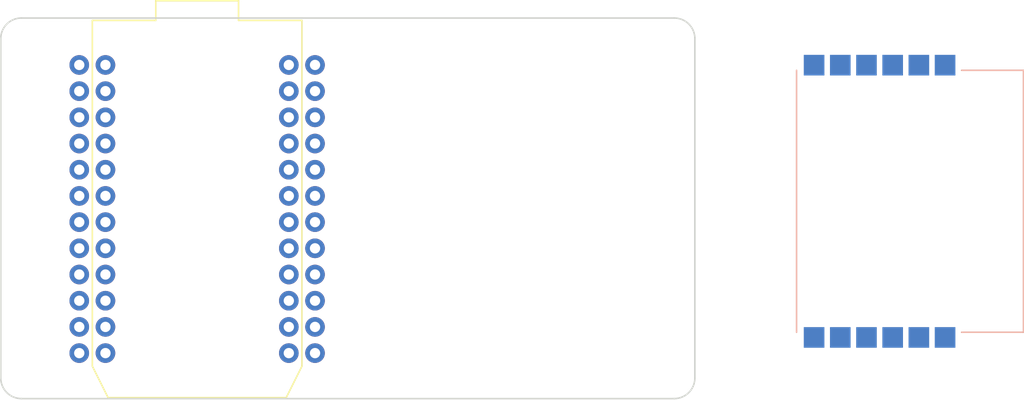
<source format=kicad_pcb>
(kicad_pcb (version 4) (host pcbnew 4.0.6)

  (general
    (links 35)
    (no_connects 35)
    (area 99.924999 63.024999 167.375001 100.075001)
    (thickness 1.6)
    (drawings 8)
    (tracks 0)
    (zones 0)
    (modules 6)
    (nets 26)
  )

  (page A4)
  (layers
    (0 F.Cu signal)
    (31 B.Cu signal)
    (32 B.Adhes user)
    (33 F.Adhes user)
    (34 B.Paste user)
    (35 F.Paste user)
    (36 B.SilkS user)
    (37 F.SilkS user)
    (38 B.Mask user)
    (39 F.Mask user)
    (40 Dwgs.User user)
    (41 Cmts.User user)
    (42 Eco1.User user)
    (43 Eco2.User user)
    (44 Edge.Cuts user)
    (45 Margin user)
    (46 B.CrtYd user)
    (47 F.CrtYd user)
    (48 B.Fab user)
    (49 F.Fab user)
  )

  (setup
    (last_trace_width 0.25)
    (trace_clearance 0.2)
    (zone_clearance 0.508)
    (zone_45_only no)
    (trace_min 0.2)
    (segment_width 0.2)
    (edge_width 0.15)
    (via_size 0.6)
    (via_drill 0.4)
    (via_min_size 0.4)
    (via_min_drill 0.3)
    (uvia_size 0.3)
    (uvia_drill 0.1)
    (uvias_allowed no)
    (uvia_min_size 0.2)
    (uvia_min_drill 0.1)
    (pcb_text_width 0.3)
    (pcb_text_size 1.5 1.5)
    (mod_edge_width 0.15)
    (mod_text_size 1 1)
    (mod_text_width 0.15)
    (pad_size 1.524 1.524)
    (pad_drill 0.762)
    (pad_to_mask_clearance 0.1)
    (aux_axis_origin 0 0)
    (grid_origin 100 100)
    (visible_elements FFFFFF7F)
    (pcbplotparams
      (layerselection 0x00030_80000001)
      (usegerberextensions false)
      (excludeedgelayer true)
      (linewidth 0.100000)
      (plotframeref false)
      (viasonmask false)
      (mode 1)
      (useauxorigin false)
      (hpglpennumber 1)
      (hpglpenspeed 20)
      (hpglpendiameter 15)
      (hpglpenoverlay 2)
      (psnegative false)
      (psa4output false)
      (plotreference true)
      (plotvalue true)
      (plotinvisibletext false)
      (padsonsilk false)
      (subtractmaskfromsilk false)
      (outputformat 1)
      (mirror false)
      (drillshape 1)
      (scaleselection 1)
      (outputdirectory ""))
  )

  (net 0 "")
  (net 1 "Net-(A1-Pad1)")
  (net 2 "Net-(A1-Pad13)")
  (net 3 GND)
  (net 4 "Net-(A1-Pad3)")
  (net 5 "Net-(A1-Pad4)")
  (net 6 /INT1)
  (net 7 "Net-(A1-Pad6)")
  (net 8 /SPI_MOSI)
  (net 9 /SPI_MISO)
  (net 10 /SPI_CLK)
  (net 11 /SPI_CS1)
  (net 12 /~BUSY)
  (net 13 /~RST)
  (net 14 "Net-(A1-Pad14)")
  (net 15 "Net-(A1-Pad15)")
  (net 16 "Net-(A1-Pad16)")
  (net 17 "Net-(A1-Pad17)")
  (net 18 "Net-(A1-Pad18)")
  (net 19 /SPI_CS2)
  (net 20 "Net-(A1-Pad20)")
  (net 21 "Net-(A1-Pad22)")
  (net 22 "Net-(A1-Pad23)")
  (net 23 +3V3)
  (net 24 "Net-(A2-Pad3)")
  (net 25 /INT2)

  (net_class Default "This is the default net class."
    (clearance 0.2)
    (trace_width 0.25)
    (via_dia 0.6)
    (via_drill 0.4)
    (uvia_dia 0.3)
    (uvia_drill 0.1)
    (add_net +3V3)
    (add_net /INT1)
    (add_net /INT2)
    (add_net /SPI_CLK)
    (add_net /SPI_CS1)
    (add_net /SPI_CS2)
    (add_net /SPI_MISO)
    (add_net /SPI_MOSI)
    (add_net /~BUSY)
    (add_net /~RST)
    (add_net GND)
    (add_net "Net-(A1-Pad1)")
    (add_net "Net-(A1-Pad13)")
    (add_net "Net-(A1-Pad14)")
    (add_net "Net-(A1-Pad15)")
    (add_net "Net-(A1-Pad16)")
    (add_net "Net-(A1-Pad17)")
    (add_net "Net-(A1-Pad18)")
    (add_net "Net-(A1-Pad20)")
    (add_net "Net-(A1-Pad22)")
    (add_net "Net-(A1-Pad23)")
    (add_net "Net-(A1-Pad3)")
    (add_net "Net-(A1-Pad4)")
    (add_net "Net-(A1-Pad6)")
    (add_net "Net-(A2-Pad3)")
  )

  (module Paperino:photon_headers (layer F.Cu) (tedit 58D4C9C8) (tstamp 58D4CA4B)
    (at 108.88 99.908)
    (path /58D3965C)
    (fp_text reference A1 (at 2.2 2) (layer F.SilkS) hide
      (effects (font (size 1 1) (thickness 0.15)))
    )
    (fp_text value Photon (at 10.75 1.65) (layer F.Fab) hide
      (effects (font (size 1 1) (thickness 0.15)))
    )
    (fp_line (start 20.32 -3.048) (end 18.796 0) (layer F.SilkS) (width 0.15))
    (fp_line (start 1.524 0) (end 0 -3.048) (layer F.SilkS) (width 0.15))
    (fp_line (start 14.1732 -36.576) (end 20.32 -36.576) (layer F.SilkS) (width 0.15))
    (fp_line (start 14.1732 -38.481) (end 14.1732 -36.576) (layer F.SilkS) (width 0.15))
    (fp_line (start 6.1468 -38.481) (end 14.1732 -38.481) (layer F.SilkS) (width 0.15))
    (fp_line (start 6.1468 -36.576) (end 6.1468 -38.481) (layer F.SilkS) (width 0.15))
    (fp_line (start 0 -36.576) (end 6.1468 -36.576) (layer F.SilkS) (width 0.15))
    (fp_line (start 20.32 -3.048) (end 20.32 -36.576) (layer F.SilkS) (width 0.15))
    (fp_line (start 1.524 0) (end 18.796 0) (layer F.SilkS) (width 0.15))
    (fp_line (start 0 -3.048) (end 0 -36.576) (layer F.SilkS) (width 0.15))
    (pad 1 thru_hole circle (at 1.27 -32.258) (size 1.9 1.9) (drill 1) (layers *.Cu *.Mask)
      (net 1 "Net-(A1-Pad1)"))
    (pad 13 thru_hole circle (at 19.05 -4.318) (size 1.9 1.9) (drill 1) (layers *.Cu *.Mask)
      (net 2 "Net-(A1-Pad13)"))
    (pad 2 thru_hole circle (at 1.27 -29.718) (size 1.9 1.9) (drill 1) (layers *.Cu *.Mask)
      (net 3 GND))
    (pad 3 thru_hole circle (at 1.27 -27.178) (size 1.9 1.9) (drill 1) (layers *.Cu *.Mask)
      (net 4 "Net-(A1-Pad3)"))
    (pad 4 thru_hole circle (at 1.27 -24.638) (size 1.9 1.9) (drill 1) (layers *.Cu *.Mask)
      (net 5 "Net-(A1-Pad4)"))
    (pad 5 thru_hole circle (at 1.27 -22.098) (size 1.9 1.9) (drill 1) (layers *.Cu *.Mask)
      (net 6 /INT1))
    (pad 6 thru_hole circle (at 1.27 -19.558) (size 1.9 1.9) (drill 1) (layers *.Cu *.Mask)
      (net 7 "Net-(A1-Pad6)"))
    (pad 7 thru_hole circle (at 1.27 -17.018) (size 1.9 1.9) (drill 1) (layers *.Cu *.Mask)
      (net 8 /SPI_MOSI))
    (pad 8 thru_hole circle (at 1.27 -14.478) (size 1.9 1.9) (drill 1) (layers *.Cu *.Mask)
      (net 9 /SPI_MISO))
    (pad 9 thru_hole circle (at 1.27 -11.938) (size 1.9 1.9) (drill 1) (layers *.Cu *.Mask)
      (net 10 /SPI_CLK))
    (pad 10 thru_hole circle (at 1.27 -9.398) (size 1.9 1.9) (drill 1) (layers *.Cu *.Mask)
      (net 11 /SPI_CS1))
    (pad 11 thru_hole circle (at 1.27 -6.858) (size 1.9 1.9) (drill 1) (layers *.Cu *.Mask)
      (net 12 /~BUSY))
    (pad 12 thru_hole circle (at 1.27 -4.318) (size 1.9 1.9) (drill 1) (layers *.Cu *.Mask)
      (net 13 /~RST))
    (pad 14 thru_hole circle (at 19.05 -6.858) (size 1.9 1.9) (drill 1) (layers *.Cu *.Mask)
      (net 14 "Net-(A1-Pad14)"))
    (pad 15 thru_hole circle (at 19.05 -9.398) (size 1.9 1.9) (drill 1) (layers *.Cu *.Mask)
      (net 15 "Net-(A1-Pad15)"))
    (pad 16 thru_hole circle (at 19.05 -11.938) (size 1.9 1.9) (drill 1) (layers *.Cu *.Mask)
      (net 16 "Net-(A1-Pad16)"))
    (pad 17 thru_hole circle (at 19.05 -14.478) (size 1.9 1.9) (drill 1) (layers *.Cu *.Mask)
      (net 17 "Net-(A1-Pad17)"))
    (pad 18 thru_hole circle (at 19.05 -17.018) (size 1.9 1.9) (drill 1) (layers *.Cu *.Mask)
      (net 18 "Net-(A1-Pad18)"))
    (pad 19 thru_hole circle (at 19.05 -19.558) (size 1.9 1.9) (drill 1) (layers *.Cu *.Mask)
      (net 19 /SPI_CS2))
    (pad 20 thru_hole circle (at 19.05 -22.098) (size 1.9 1.9) (drill 1) (layers *.Cu *.Mask)
      (net 20 "Net-(A1-Pad20)"))
    (pad 21 thru_hole circle (at 19.05 -24.638) (size 1.9 1.9) (drill 1) (layers *.Cu *.Mask)
      (net 3 GND))
    (pad 22 thru_hole circle (at 19.05 -27.178) (size 1.9 1.9) (drill 1) (layers *.Cu *.Mask)
      (net 21 "Net-(A1-Pad22)"))
    (pad 23 thru_hole circle (at 19.05 -29.718) (size 1.9 1.9) (drill 1) (layers *.Cu *.Mask)
      (net 22 "Net-(A1-Pad23)"))
    (pad 24 thru_hole circle (at 19.05 -32.258) (size 1.9 1.9) (drill 1) (layers *.Cu *.Mask)
      (net 23 +3V3))
    (pad 1 thru_hole circle (at -1.27 -32.258) (size 1.9 1.9) (drill 1) (layers *.Cu *.Mask)
      (net 1 "Net-(A1-Pad1)"))
    (pad 2 thru_hole circle (at -1.27 -29.718) (size 1.9 1.9) (drill 1) (layers *.Cu *.Mask)
      (net 3 GND))
    (pad 3 thru_hole circle (at -1.27 -27.178) (size 1.9 1.9) (drill 1) (layers *.Cu *.Mask)
      (net 4 "Net-(A1-Pad3)"))
    (pad 4 thru_hole circle (at -1.27 -24.638) (size 1.9 1.9) (drill 1) (layers *.Cu *.Mask)
      (net 5 "Net-(A1-Pad4)"))
    (pad 5 thru_hole circle (at -1.27 -22.098) (size 1.9 1.9) (drill 1) (layers *.Cu *.Mask)
      (net 6 /INT1))
    (pad 6 thru_hole circle (at -1.27 -19.558) (size 1.9 1.9) (drill 1) (layers *.Cu *.Mask)
      (net 7 "Net-(A1-Pad6)"))
    (pad 7 thru_hole circle (at -1.27 -17.018) (size 1.9 1.9) (drill 1) (layers *.Cu *.Mask)
      (net 8 /SPI_MOSI))
    (pad 8 thru_hole circle (at -1.27 -14.478) (size 1.9 1.9) (drill 1) (layers *.Cu *.Mask)
      (net 9 /SPI_MISO))
    (pad 9 thru_hole circle (at -1.27 -11.938) (size 1.9 1.9) (drill 1) (layers *.Cu *.Mask)
      (net 10 /SPI_CLK))
    (pad 10 thru_hole circle (at -1.27 -9.398) (size 1.9 1.9) (drill 1) (layers *.Cu *.Mask)
      (net 11 /SPI_CS1))
    (pad 11 thru_hole circle (at -1.27 -6.858) (size 1.9 1.9) (drill 1) (layers *.Cu *.Mask)
      (net 12 /~BUSY))
    (pad 12 thru_hole circle (at -1.27 -4.318) (size 1.9 1.9) (drill 1) (layers *.Cu *.Mask)
      (net 13 /~RST))
    (pad 13 thru_hole circle (at 21.59 -4.318) (size 1.9 1.9) (drill 1) (layers *.Cu *.Mask)
      (net 2 "Net-(A1-Pad13)"))
    (pad 14 thru_hole circle (at 21.59 -6.858) (size 1.9 1.9) (drill 1) (layers *.Cu *.Mask)
      (net 14 "Net-(A1-Pad14)"))
    (pad 15 thru_hole circle (at 21.59 -9.398) (size 1.9 1.9) (drill 1) (layers *.Cu *.Mask)
      (net 15 "Net-(A1-Pad15)"))
    (pad 16 thru_hole circle (at 21.59 -11.938) (size 1.9 1.9) (drill 1) (layers *.Cu *.Mask)
      (net 16 "Net-(A1-Pad16)"))
    (pad 17 thru_hole circle (at 21.59 -14.478) (size 1.9 1.9) (drill 1) (layers *.Cu *.Mask)
      (net 17 "Net-(A1-Pad17)"))
    (pad 18 thru_hole circle (at 21.59 -17.018) (size 1.9 1.9) (drill 1) (layers *.Cu *.Mask)
      (net 18 "Net-(A1-Pad18)"))
    (pad 19 thru_hole circle (at 21.59 -19.558) (size 1.9 1.9) (drill 1) (layers *.Cu *.Mask)
      (net 19 /SPI_CS2))
    (pad 20 thru_hole circle (at 21.59 -22.098) (size 1.9 1.9) (drill 1) (layers *.Cu *.Mask)
      (net 20 "Net-(A1-Pad20)"))
    (pad 21 thru_hole circle (at 21.59 -24.638) (size 1.9 1.9) (drill 1) (layers *.Cu *.Mask)
      (net 3 GND))
    (pad 22 thru_hole circle (at 21.59 -27.178) (size 1.9 1.9) (drill 1) (layers *.Cu *.Mask)
      (net 21 "Net-(A1-Pad22)"))
    (pad 23 thru_hole circle (at 21.59 -29.718) (size 1.9 1.9) (drill 1) (layers *.Cu *.Mask)
      (net 22 "Net-(A1-Pad23)"))
    (pad 24 thru_hole circle (at 21.59 -32.258) (size 1.9 1.9) (drill 1) (layers *.Cu *.Mask)
      (net 23 +3V3))
  )

  (module Paperino:paperino_module (layer B.Cu) (tedit 58D4C9CE) (tstamp 58D4CA5F)
    (at 188.16 80.87 90)
    (path /58D39C7F)
    (fp_text reference A2 (at -11.1 12.35 90) (layer B.SilkS) hide
      (effects (font (size 1 1) (thickness 0.15)) (justify mirror))
    )
    (fp_text value paperino_module (at -6.4 -13.5 90) (layer B.Fab) hide
      (effects (font (size 1 1) (thickness 0.15)) (justify mirror))
    )
    (fp_line (start 12.7 5) (end 12.7 11) (layer B.SilkS) (width 0.15))
    (fp_line (start -12.7 11) (end -12.7 5) (layer B.SilkS) (width 0.15))
    (fp_line (start -12.7 -11) (end 12.7 -11) (layer B.SilkS) (width 0.15))
    (fp_line (start -12.7 11) (end 12.7 11) (layer B.SilkS) (width 0.15))
    (pad 1 smd rect (at -12.7 3.4 90) (size 2 2) (drill (offset -0.5 0)) (layers B.Cu B.Paste B.Mask)
      (net 23 +3V3))
    (pad 7 smd rect (at 12.7 -9.3 90) (size 2 2) (drill (offset 0.5 0)) (layers B.Cu B.Paste B.Mask)
      (net 9 /SPI_MISO))
    (pad 2 smd rect (at -12.7 0.86 90) (size 2 2) (drill (offset -0.5 0)) (layers B.Cu B.Paste B.Mask)
      (net 3 GND))
    (pad 3 smd rect (at -12.7 -1.68 90) (size 2 2) (drill (offset -0.5 0)) (layers B.Cu B.Paste B.Mask)
      (net 24 "Net-(A2-Pad3)"))
    (pad 4 smd rect (at -12.7 -4.22 90) (size 2 2) (drill (offset -0.5 0)) (layers B.Cu B.Paste B.Mask)
      (net 19 /SPI_CS2))
    (pad 5 smd rect (at -12.7 -6.76 90) (size 2 2) (drill (offset -0.5 0)) (layers B.Cu B.Paste B.Mask)
      (net 25 /INT2))
    (pad 6 smd rect (at -12.7 -9.3 90) (size 2 2) (drill (offset -0.5 0)) (layers B.Cu B.Paste B.Mask)
      (net 6 /INT1))
    (pad 8 smd rect (at 12.7 -6.76 90) (size 2 2) (drill (offset 0.5 0)) (layers B.Cu B.Paste B.Mask)
      (net 8 /SPI_MOSI))
    (pad 9 smd rect (at 12.7 -4.22 90) (size 2 2) (drill (offset 0.5 0)) (layers B.Cu B.Paste B.Mask)
      (net 10 /SPI_CLK))
    (pad 10 smd rect (at 12.7 -1.68 90) (size 2 2) (drill (offset 0.5 0)) (layers B.Cu B.Paste B.Mask)
      (net 11 /SPI_CS1))
    (pad 11 smd rect (at 12.7 0.86 90) (size 2 2) (drill (offset 0.5 0)) (layers B.Cu B.Paste B.Mask)
      (net 13 /~RST))
    (pad 12 smd rect (at 12.7 3.4 90) (size 2 2) (drill (offset 0.5 0)) (layers B.Cu B.Paste B.Mask)
      (net 12 /~BUSY))
  )

  (module Paperino:mounting_hole_1.5 locked (layer F.Cu) (tedit 58D4C3AF) (tstamp 58D4CA64)
    (at 102.54 97.46)
    (path /58D4C49F)
    (fp_text reference M1 (at -1.0541 -2.0955) (layer F.SilkS) hide
      (effects (font (size 1 1) (thickness 0.15)))
    )
    (fp_text value Mounting_hole (at 0 1.7653) (layer F.Fab) hide
      (effects (font (size 1 1) (thickness 0.15)))
    )
    (pad "" np_thru_hole circle (at 0 0) (size 1.5 1.5) (drill 1.5) (layers *.Cu *.Mask))
  )

  (module Paperino:mounting_hole_1.5 locked (layer F.Cu) (tedit 58D4C3AF) (tstamp 58D4CA69)
    (at 164.76 65.64)
    (path /58D4C672)
    (fp_text reference M2 (at -1.0541 -2.0955) (layer F.SilkS) hide
      (effects (font (size 1 1) (thickness 0.15)))
    )
    (fp_text value Mounting_hole (at 0 1.7653) (layer F.Fab) hide
      (effects (font (size 1 1) (thickness 0.15)))
    )
    (pad "" np_thru_hole circle (at 0 0) (size 1.5 1.5) (drill 1.5) (layers *.Cu *.Mask))
  )

  (module Paperino:mounting_hole_1.5 locked (layer F.Cu) (tedit 58D4C3AF) (tstamp 58D4CA6E)
    (at 102.54 65.64)
    (path /58D4C696)
    (fp_text reference M3 (at -1.0541 -2.0955) (layer F.SilkS) hide
      (effects (font (size 1 1) (thickness 0.15)))
    )
    (fp_text value Mounting_hole (at 0 1.7653) (layer F.Fab) hide
      (effects (font (size 1 1) (thickness 0.15)))
    )
    (pad "" np_thru_hole circle (at 0 0) (size 1.5 1.5) (drill 1.5) (layers *.Cu *.Mask))
  )

  (module Paperino:mounting_hole_1.5 locked (layer F.Cu) (tedit 58D4C3AF) (tstamp 58D4CA73)
    (at 164.76 97.46)
    (path /58D4C6BB)
    (fp_text reference M4 (at -1.0541 -2.0955) (layer F.SilkS) hide
      (effects (font (size 1 1) (thickness 0.15)))
    )
    (fp_text value Mounting_hole (at 0 1.7653) (layer F.Fab) hide
      (effects (font (size 1 1) (thickness 0.15)))
    )
    (pad "" np_thru_hole circle (at 0 0) (size 1.5 1.5) (drill 1.5) (layers *.Cu *.Mask))
  )

  (gr_arc (start 165.3 65.1) (end 165.3 63.1) (angle 87.13759477) (layer Edge.Cuts) (width 0.15))
  (gr_arc (start 165.3 98) (end 167.3 98) (angle 90) (layer Edge.Cuts) (width 0.15))
  (gr_arc (start 102 65.1) (end 100 65.1) (angle 90) (layer Edge.Cuts) (width 0.15))
  (gr_arc (start 102 98) (end 102 100) (angle 90) (layer Edge.Cuts) (width 0.15))
  (gr_line (start 100 65.1) (end 100 98) (layer Edge.Cuts) (width 0.15))
  (gr_line (start 165.3 63.1) (end 102 63.1) (layer Edge.Cuts) (width 0.15))
  (gr_line (start 167.3 98) (end 167.3 65) (layer Edge.Cuts) (width 0.15))
  (gr_line (start 102 100) (end 165.3 100) (layer Edge.Cuts) (width 0.15))

)

</source>
